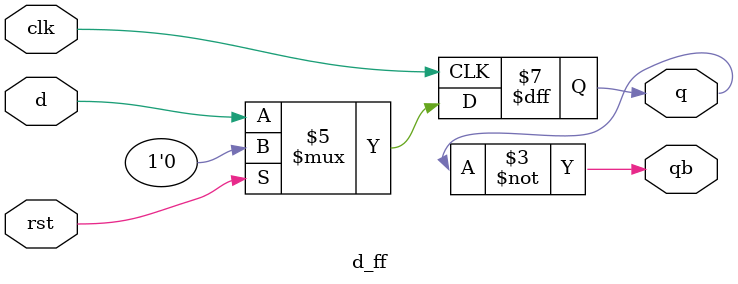
<source format=v>
`timescale 1ns / 1ps


module d_ff(d, clk, rst, q, qb);

    input  wire d;
    input  wire clk;
    input  wire rst;
    output reg  q;
    output wire qb;
   
   always @(posedge(clk))
    begin
        if(rst == 1'b1) begin
            q <= 1'b0;
        end else begin
            q  <= d;
        end
    end
    
    assign qb = ~q;
    
endmodule

</source>
